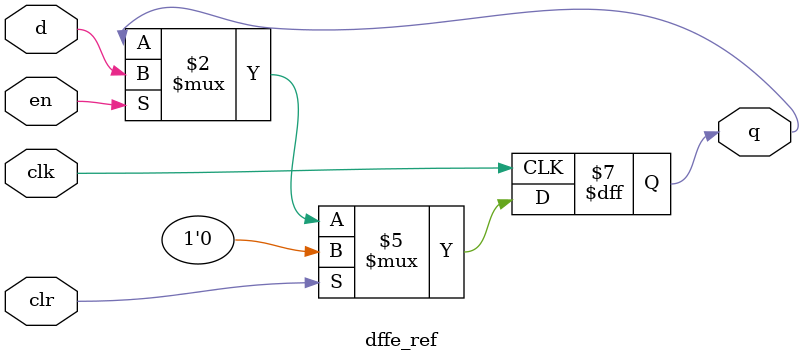
<source format=sv>
module register32(out, in, clk, we, clr);
    input logic [31:0] in;
    input logic clk, we, clr;
    output logic [31:0] out;

    genvar i;
    generate
        for(i=0; i<32; i=i+1) begin: loopDFF
            dffe_ref regDFF(out[i], in[i], clk, we, clr);
        end 
    endgenerate
endmodule

module dffe_ref (q, d, clk, en, clr);

   input logic d, clk, en, clr;

   //Output
   output logic q;
   
   //Set value of q on positive edge of the clock or clear
   always_ff @(posedge clk) begin
       //If clear is high, set q to 0
       if (clr) begin
           q <= 1'b0;
       //If enable is high, set q to the value of d
       end else if (en) begin
           q <= d;
       end
   end
endmodule
</source>
